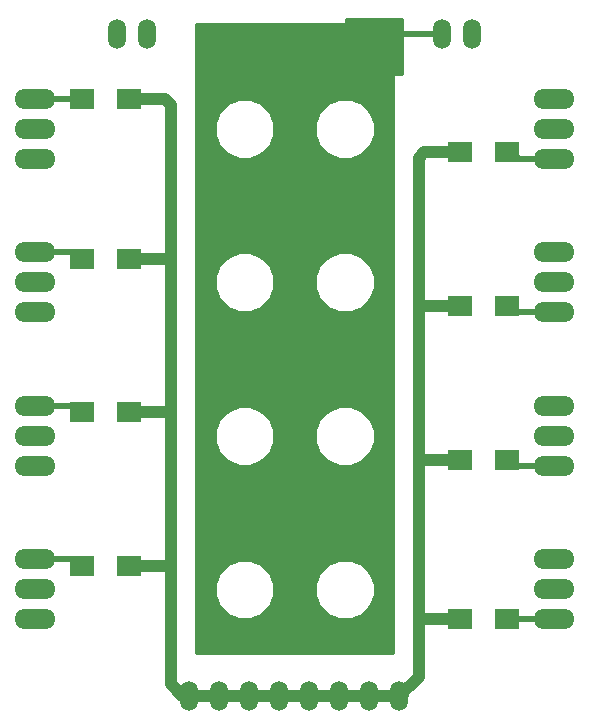
<source format=gbr>
G04 #@! TF.FileFunction,Copper,L1,Top,Signal*
%FSLAX46Y46*%
G04 Gerber Fmt 4.6, Leading zero omitted, Abs format (unit mm)*
G04 Created by KiCad (PCBNEW 4.0.4-stable) date 03/07/19 13:46:32*
%MOMM*%
%LPD*%
G01*
G04 APERTURE LIST*
%ADD10C,0.100000*%
%ADD11O,3.500120X1.699260*%
%ADD12O,1.520000X2.520000*%
%ADD13R,2.000000X1.700000*%
%ADD14C,0.600000*%
%ADD15C,0.250000*%
%ADD16C,0.500000*%
%ADD17C,0.350000*%
%ADD18C,1.000000*%
%ADD19C,0.254000*%
G04 APERTURE END LIST*
D10*
D11*
X47000000Y50000000D03*
X47000000Y47460000D03*
X47000000Y52540000D03*
X3000000Y37000000D03*
X3000000Y39540000D03*
X3000000Y34460000D03*
X47000000Y37000000D03*
X47000000Y34460000D03*
X47000000Y39540000D03*
X3000000Y50000000D03*
X3000000Y52540000D03*
X3000000Y47460000D03*
D12*
X10000000Y58000000D03*
X12540000Y58000000D03*
X40000000Y58000000D03*
X37460000Y58000000D03*
D11*
X47000000Y11000000D03*
X47000000Y8460000D03*
X47000000Y13540000D03*
X47000000Y24000000D03*
X47000000Y21460000D03*
X47000000Y26540000D03*
X3000000Y24000000D03*
X3000000Y26540000D03*
X3000000Y21460000D03*
X3000000Y11000000D03*
X3000000Y13540000D03*
X3000000Y8460000D03*
D12*
X16100000Y2000000D03*
X18640000Y2000000D03*
X21180000Y2000000D03*
X23720000Y2000000D03*
X26260000Y2000000D03*
X28800000Y2000000D03*
X31340000Y2000000D03*
X33880000Y2000000D03*
D13*
X43000000Y8500000D03*
X39000000Y8500000D03*
X43000000Y22000000D03*
X39000000Y22000000D03*
X43000000Y35000000D03*
X39000000Y35000000D03*
X43000000Y48000000D03*
X39000000Y48000000D03*
X7000000Y52500000D03*
X11000000Y52500000D03*
X7000000Y39000000D03*
X11000000Y39000000D03*
X7000000Y26000000D03*
X11000000Y26000000D03*
X7000000Y13000000D03*
X11000000Y13000000D03*
D14*
X29000000Y15500000D03*
X30000000Y15500000D03*
X31000000Y15500000D03*
X32000000Y15500000D03*
X33000000Y15500000D03*
X33000000Y16500000D03*
X33000000Y17500000D03*
X33000000Y18500000D03*
X33000000Y19500000D03*
X32000000Y19500000D03*
X31000000Y19500000D03*
X30000000Y19500000D03*
X29000000Y19500000D03*
X29000000Y18500000D03*
X30000000Y18500000D03*
X31000000Y18500000D03*
X32000000Y18500000D03*
X32000000Y17500000D03*
X31000000Y17500000D03*
X30000000Y17500000D03*
X29000000Y17500000D03*
X29000000Y16500000D03*
X30000000Y16500000D03*
X31000000Y16500000D03*
X32000000Y16500000D03*
X29000000Y28500000D03*
X30000000Y28500000D03*
X31000000Y28500000D03*
X32000000Y28500000D03*
X33000000Y28500000D03*
X33000000Y29500000D03*
X33000000Y30500000D03*
X33000000Y31500000D03*
X33000000Y32500000D03*
X32000000Y32500000D03*
X31000000Y32500000D03*
X30000000Y32500000D03*
X29000000Y32500000D03*
X29000000Y31500000D03*
X30000000Y31500000D03*
X31000000Y31500000D03*
X32000000Y31500000D03*
X32000000Y30500000D03*
X31000000Y30500000D03*
X30000000Y30500000D03*
X29000000Y30500000D03*
X29000000Y29500000D03*
X30000000Y29500000D03*
X31000000Y29500000D03*
X32000000Y29500000D03*
X33000000Y41500000D03*
X33000000Y42500000D03*
X33000000Y43500000D03*
X33000000Y44500000D03*
X33000000Y45500000D03*
X32000000Y45500000D03*
X31000000Y45500000D03*
X30000000Y45500000D03*
X29000000Y45500000D03*
X32000000Y41500000D03*
X29000000Y41500000D03*
X30000000Y41500000D03*
X31000000Y41500000D03*
X29000000Y44500000D03*
X30000000Y44500000D03*
X31000000Y44500000D03*
X32000000Y44500000D03*
X32000000Y43500000D03*
X31000000Y43500000D03*
X30000000Y43500000D03*
X29000000Y43500000D03*
X29000000Y42500000D03*
X30000000Y42500000D03*
X31000000Y42500000D03*
X32000000Y42500000D03*
X33750000Y55000000D03*
X33750000Y56000000D03*
X33750000Y57000000D03*
X33750000Y58000000D03*
X33750000Y59000000D03*
X29750000Y59000000D03*
X30750000Y59000000D03*
X31750000Y59000000D03*
X32750000Y59000000D03*
X29750000Y55000000D03*
X31750000Y55000000D03*
X30750000Y55000000D03*
X32750000Y55000000D03*
X32750000Y57000000D03*
X31750000Y57000000D03*
X30750000Y57000000D03*
X29750000Y57000000D03*
X29750000Y56000000D03*
X30750000Y56000000D03*
X31750000Y56000000D03*
X32750000Y56000000D03*
X29750000Y58000000D03*
X30750000Y58000000D03*
X31750000Y58000000D03*
X32750000Y58000000D03*
D15*
X30000000Y15500000D02*
X29000000Y15500000D01*
X31000000Y15500000D02*
X32000000Y15500000D01*
X33000000Y15500000D02*
X33000000Y16500000D01*
X33000000Y17500000D02*
X33000000Y18500000D01*
X33000000Y19500000D02*
X32000000Y19500000D01*
X31000000Y19500000D02*
X30000000Y19500000D01*
X29000000Y18500000D02*
X30000000Y18500000D01*
X31000000Y18500000D02*
X32000000Y18500000D01*
X32000000Y17500000D02*
X31000000Y17500000D01*
X30000000Y17500000D02*
X29000000Y17500000D01*
X29000000Y16500000D02*
X30000000Y16500000D01*
X31000000Y16500000D02*
X32000000Y16500000D01*
X30000000Y28500000D02*
X29000000Y28500000D01*
X31000000Y28500000D02*
X32000000Y28500000D01*
X33000000Y28500000D02*
X33000000Y29500000D01*
X33000000Y30500000D02*
X33000000Y31500000D01*
X33000000Y32500000D02*
X32000000Y32500000D01*
X31000000Y32500000D02*
X30000000Y32500000D01*
X29000000Y31500000D02*
X30000000Y31500000D01*
X31000000Y31500000D02*
X32000000Y31500000D01*
X32000000Y30500000D02*
X31000000Y30500000D01*
X30000000Y30500000D02*
X29000000Y30500000D01*
X29000000Y29500000D02*
X30000000Y29500000D01*
X31000000Y29500000D02*
X32000000Y29500000D01*
X33000000Y42500000D02*
X33000000Y43500000D01*
X33000000Y44500000D02*
X33000000Y45500000D01*
X32000000Y45500000D02*
X31000000Y45500000D01*
X30000000Y45500000D02*
X29000000Y45500000D01*
X33000000Y41500000D02*
X32000000Y41500000D01*
X30000000Y41500000D02*
X29000000Y41500000D01*
X31000000Y41500000D02*
X32000000Y41500000D01*
X29000000Y44500000D02*
X30000000Y44500000D01*
X31000000Y44500000D02*
X32000000Y44500000D01*
X32000000Y43500000D02*
X31000000Y43500000D01*
X30000000Y43500000D02*
X29000000Y43500000D01*
X29000000Y42500000D02*
X30000000Y42500000D01*
X31000000Y42500000D02*
X32000000Y42500000D01*
D16*
X37460000Y58000000D02*
X33750000Y58000000D01*
D17*
X33750000Y55000000D02*
X32750000Y55000000D01*
X33750000Y57000000D02*
X33750000Y56000000D01*
X33750000Y59000000D02*
X33750000Y58000000D01*
X30750000Y59000000D02*
X29750000Y59000000D01*
X32750000Y59000000D02*
X31750000Y59000000D01*
D15*
X32750000Y55000000D02*
X31750000Y55000000D01*
X30750000Y55000000D02*
X29750000Y55000000D01*
X32750000Y57000000D02*
X31750000Y57000000D01*
X30750000Y57000000D02*
X29750000Y57000000D01*
X29750000Y56000000D02*
X30750000Y56000000D01*
X31750000Y56000000D02*
X32750000Y56000000D01*
X29750000Y58000000D02*
X30750000Y58000000D01*
X31750000Y58000000D02*
X32750000Y58000000D01*
D18*
X14500000Y13000000D02*
X11000000Y13000000D01*
X14500000Y26000000D02*
X11000000Y26000000D01*
X14500000Y39000000D02*
X11000000Y39000000D01*
X16100000Y2000000D02*
X15500000Y2000000D01*
X15500000Y2000000D02*
X14500000Y3000000D01*
X14000000Y52500000D02*
X11000000Y52500000D01*
X14500000Y52000000D02*
X14000000Y52500000D01*
X14500000Y3000000D02*
X14500000Y13000000D01*
X14500000Y13000000D02*
X14500000Y26000000D01*
X14500000Y26000000D02*
X14500000Y39000000D01*
X14500000Y39000000D02*
X14500000Y52000000D01*
X35500000Y8500000D02*
X39000000Y8500000D01*
X35500000Y22000000D02*
X39000000Y22000000D01*
X35500000Y35000000D02*
X39000000Y35000000D01*
X16100000Y2000000D02*
X33880000Y2000000D01*
X33880000Y2000000D02*
X35500000Y3620000D01*
X35500000Y3620000D02*
X35500000Y8500000D01*
X35500000Y8500000D02*
X35500000Y22000000D01*
X35500000Y22000000D02*
X35500000Y35000000D01*
X35500000Y35000000D02*
X35500000Y47500000D01*
X35500000Y47500000D02*
X36000000Y48000000D01*
X36000000Y48000000D02*
X39000000Y48000000D01*
D16*
X18640000Y2760000D02*
X18640000Y2000000D01*
X18640000Y2000000D02*
X18640000Y2460000D01*
X18640000Y2000000D02*
X18640000Y2360000D01*
X18640000Y2000000D02*
X18640000Y2860000D01*
X21180000Y2000000D02*
X21180000Y2820000D01*
X28800000Y2000000D02*
X28800000Y2500000D01*
X31340000Y2000000D02*
X31340000Y2540000D01*
X31340000Y2000000D02*
X31340000Y2240000D01*
X31340000Y2000000D02*
X31340000Y2840000D01*
X31340000Y2000000D02*
X31340000Y2340000D01*
X31340000Y3000000D02*
X31340000Y2000000D01*
X33880000Y2000000D02*
X34400000Y2000000D01*
X33880000Y2000000D02*
X34000000Y2000000D01*
X47000000Y8460000D02*
X43040000Y8460000D01*
X43040000Y8460000D02*
X43000000Y8500000D01*
X47000000Y21460000D02*
X43540000Y21460000D01*
X43540000Y21460000D02*
X43000000Y22000000D01*
X45710000Y21460000D02*
X47000000Y21460000D01*
X47000000Y34460000D02*
X43540000Y34460000D01*
X43540000Y34460000D02*
X43000000Y35000000D01*
X43000000Y48000000D02*
X43500000Y48000000D01*
X43500000Y48000000D02*
X44040000Y47460000D01*
X44040000Y47460000D02*
X47000000Y47460000D01*
X7000000Y52500000D02*
X3040000Y52500000D01*
X3040000Y52500000D02*
X3000000Y52540000D01*
X3040000Y52500000D02*
X3000000Y52540000D01*
X3000000Y39540000D02*
X6460000Y39540000D01*
X6460000Y39540000D02*
X7000000Y39000000D01*
X3540000Y39000000D02*
X3000000Y39540000D01*
X3000000Y26540000D02*
X6460000Y26540000D01*
X6460000Y26540000D02*
X7000000Y26000000D01*
X3540000Y26000000D02*
X3000000Y26540000D01*
X3000000Y13540000D02*
X6460000Y13540000D01*
X6460000Y13540000D02*
X7000000Y13000000D01*
X3540000Y13000000D02*
X3000000Y13540000D01*
D19*
G36*
X34123000Y54627000D02*
X33500000Y54627000D01*
X33450590Y54616994D01*
X33408965Y54588553D01*
X33381685Y54546159D01*
X33373000Y54500000D01*
X33373000Y5627000D01*
X16627000Y5627000D01*
X16627000Y10497985D01*
X18228641Y10497985D01*
X18613746Y9565959D01*
X19326208Y8852252D01*
X20257561Y8465521D01*
X21266015Y8464641D01*
X22198041Y8849746D01*
X22911748Y9562208D01*
X23298479Y10493561D01*
X23298482Y10497985D01*
X26700641Y10497985D01*
X27085746Y9565959D01*
X27798208Y8852252D01*
X28729561Y8465521D01*
X29738015Y8464641D01*
X30670041Y8849746D01*
X31383748Y9562208D01*
X31770479Y10493561D01*
X31771359Y11502015D01*
X31386254Y12434041D01*
X30673792Y13147748D01*
X29742439Y13534479D01*
X28733985Y13535359D01*
X27801959Y13150254D01*
X27088252Y12437792D01*
X26701521Y11506439D01*
X26700641Y10497985D01*
X23298482Y10497985D01*
X23299359Y11502015D01*
X22914254Y12434041D01*
X22201792Y13147748D01*
X21270439Y13534479D01*
X20261985Y13535359D01*
X19329959Y13150254D01*
X18616252Y12437792D01*
X18229521Y11506439D01*
X18228641Y10497985D01*
X16627000Y10497985D01*
X16627000Y23497985D01*
X18228641Y23497985D01*
X18613746Y22565959D01*
X19326208Y21852252D01*
X20257561Y21465521D01*
X21266015Y21464641D01*
X22198041Y21849746D01*
X22911748Y22562208D01*
X23298479Y23493561D01*
X23298482Y23497985D01*
X26700641Y23497985D01*
X27085746Y22565959D01*
X27798208Y21852252D01*
X28729561Y21465521D01*
X29738015Y21464641D01*
X30670041Y21849746D01*
X31383748Y22562208D01*
X31770479Y23493561D01*
X31771359Y24502015D01*
X31386254Y25434041D01*
X30673792Y26147748D01*
X29742439Y26534479D01*
X28733985Y26535359D01*
X27801959Y26150254D01*
X27088252Y25437792D01*
X26701521Y24506439D01*
X26700641Y23497985D01*
X23298482Y23497985D01*
X23299359Y24502015D01*
X22914254Y25434041D01*
X22201792Y26147748D01*
X21270439Y26534479D01*
X20261985Y26535359D01*
X19329959Y26150254D01*
X18616252Y25437792D01*
X18229521Y24506439D01*
X18228641Y23497985D01*
X16627000Y23497985D01*
X16627000Y36497985D01*
X18228641Y36497985D01*
X18613746Y35565959D01*
X19326208Y34852252D01*
X20257561Y34465521D01*
X21266015Y34464641D01*
X22198041Y34849746D01*
X22911748Y35562208D01*
X23298479Y36493561D01*
X23298482Y36497985D01*
X26700641Y36497985D01*
X27085746Y35565959D01*
X27798208Y34852252D01*
X28729561Y34465521D01*
X29738015Y34464641D01*
X30670041Y34849746D01*
X31383748Y35562208D01*
X31770479Y36493561D01*
X31771359Y37502015D01*
X31386254Y38434041D01*
X30673792Y39147748D01*
X29742439Y39534479D01*
X28733985Y39535359D01*
X27801959Y39150254D01*
X27088252Y38437792D01*
X26701521Y37506439D01*
X26700641Y36497985D01*
X23298482Y36497985D01*
X23299359Y37502015D01*
X22914254Y38434041D01*
X22201792Y39147748D01*
X21270439Y39534479D01*
X20261985Y39535359D01*
X19329959Y39150254D01*
X18616252Y38437792D01*
X18229521Y37506439D01*
X18228641Y36497985D01*
X16627000Y36497985D01*
X16627000Y49497985D01*
X18228641Y49497985D01*
X18613746Y48565959D01*
X19326208Y47852252D01*
X20257561Y47465521D01*
X21266015Y47464641D01*
X22198041Y47849746D01*
X22911748Y48562208D01*
X23298479Y49493561D01*
X23298482Y49497985D01*
X26700641Y49497985D01*
X27085746Y48565959D01*
X27798208Y47852252D01*
X28729561Y47465521D01*
X29738015Y47464641D01*
X30670041Y47849746D01*
X31383748Y48562208D01*
X31770479Y49493561D01*
X31771359Y50502015D01*
X31386254Y51434041D01*
X30673792Y52147748D01*
X29742439Y52534479D01*
X28733985Y52535359D01*
X27801959Y52150254D01*
X27088252Y51437792D01*
X26701521Y50506439D01*
X26700641Y49497985D01*
X23298482Y49497985D01*
X23299359Y50502015D01*
X22914254Y51434041D01*
X22201792Y52147748D01*
X21270439Y52534479D01*
X20261985Y52535359D01*
X19329959Y52150254D01*
X18616252Y51437792D01*
X18229521Y50506439D01*
X18228641Y49497985D01*
X16627000Y49497985D01*
X16627000Y58873000D01*
X29250000Y58873000D01*
X29299410Y58883006D01*
X29341035Y58911447D01*
X29368315Y58953841D01*
X29377000Y59000000D01*
X29377000Y59290000D01*
X34123000Y59290000D01*
X34123000Y54627000D01*
X34123000Y54627000D01*
G37*
X34123000Y54627000D02*
X33500000Y54627000D01*
X33450590Y54616994D01*
X33408965Y54588553D01*
X33381685Y54546159D01*
X33373000Y54500000D01*
X33373000Y5627000D01*
X16627000Y5627000D01*
X16627000Y10497985D01*
X18228641Y10497985D01*
X18613746Y9565959D01*
X19326208Y8852252D01*
X20257561Y8465521D01*
X21266015Y8464641D01*
X22198041Y8849746D01*
X22911748Y9562208D01*
X23298479Y10493561D01*
X23298482Y10497985D01*
X26700641Y10497985D01*
X27085746Y9565959D01*
X27798208Y8852252D01*
X28729561Y8465521D01*
X29738015Y8464641D01*
X30670041Y8849746D01*
X31383748Y9562208D01*
X31770479Y10493561D01*
X31771359Y11502015D01*
X31386254Y12434041D01*
X30673792Y13147748D01*
X29742439Y13534479D01*
X28733985Y13535359D01*
X27801959Y13150254D01*
X27088252Y12437792D01*
X26701521Y11506439D01*
X26700641Y10497985D01*
X23298482Y10497985D01*
X23299359Y11502015D01*
X22914254Y12434041D01*
X22201792Y13147748D01*
X21270439Y13534479D01*
X20261985Y13535359D01*
X19329959Y13150254D01*
X18616252Y12437792D01*
X18229521Y11506439D01*
X18228641Y10497985D01*
X16627000Y10497985D01*
X16627000Y23497985D01*
X18228641Y23497985D01*
X18613746Y22565959D01*
X19326208Y21852252D01*
X20257561Y21465521D01*
X21266015Y21464641D01*
X22198041Y21849746D01*
X22911748Y22562208D01*
X23298479Y23493561D01*
X23298482Y23497985D01*
X26700641Y23497985D01*
X27085746Y22565959D01*
X27798208Y21852252D01*
X28729561Y21465521D01*
X29738015Y21464641D01*
X30670041Y21849746D01*
X31383748Y22562208D01*
X31770479Y23493561D01*
X31771359Y24502015D01*
X31386254Y25434041D01*
X30673792Y26147748D01*
X29742439Y26534479D01*
X28733985Y26535359D01*
X27801959Y26150254D01*
X27088252Y25437792D01*
X26701521Y24506439D01*
X26700641Y23497985D01*
X23298482Y23497985D01*
X23299359Y24502015D01*
X22914254Y25434041D01*
X22201792Y26147748D01*
X21270439Y26534479D01*
X20261985Y26535359D01*
X19329959Y26150254D01*
X18616252Y25437792D01*
X18229521Y24506439D01*
X18228641Y23497985D01*
X16627000Y23497985D01*
X16627000Y36497985D01*
X18228641Y36497985D01*
X18613746Y35565959D01*
X19326208Y34852252D01*
X20257561Y34465521D01*
X21266015Y34464641D01*
X22198041Y34849746D01*
X22911748Y35562208D01*
X23298479Y36493561D01*
X23298482Y36497985D01*
X26700641Y36497985D01*
X27085746Y35565959D01*
X27798208Y34852252D01*
X28729561Y34465521D01*
X29738015Y34464641D01*
X30670041Y34849746D01*
X31383748Y35562208D01*
X31770479Y36493561D01*
X31771359Y37502015D01*
X31386254Y38434041D01*
X30673792Y39147748D01*
X29742439Y39534479D01*
X28733985Y39535359D01*
X27801959Y39150254D01*
X27088252Y38437792D01*
X26701521Y37506439D01*
X26700641Y36497985D01*
X23298482Y36497985D01*
X23299359Y37502015D01*
X22914254Y38434041D01*
X22201792Y39147748D01*
X21270439Y39534479D01*
X20261985Y39535359D01*
X19329959Y39150254D01*
X18616252Y38437792D01*
X18229521Y37506439D01*
X18228641Y36497985D01*
X16627000Y36497985D01*
X16627000Y49497985D01*
X18228641Y49497985D01*
X18613746Y48565959D01*
X19326208Y47852252D01*
X20257561Y47465521D01*
X21266015Y47464641D01*
X22198041Y47849746D01*
X22911748Y48562208D01*
X23298479Y49493561D01*
X23298482Y49497985D01*
X26700641Y49497985D01*
X27085746Y48565959D01*
X27798208Y47852252D01*
X28729561Y47465521D01*
X29738015Y47464641D01*
X30670041Y47849746D01*
X31383748Y48562208D01*
X31770479Y49493561D01*
X31771359Y50502015D01*
X31386254Y51434041D01*
X30673792Y52147748D01*
X29742439Y52534479D01*
X28733985Y52535359D01*
X27801959Y52150254D01*
X27088252Y51437792D01*
X26701521Y50506439D01*
X26700641Y49497985D01*
X23298482Y49497985D01*
X23299359Y50502015D01*
X22914254Y51434041D01*
X22201792Y52147748D01*
X21270439Y52534479D01*
X20261985Y52535359D01*
X19329959Y52150254D01*
X18616252Y51437792D01*
X18229521Y50506439D01*
X18228641Y49497985D01*
X16627000Y49497985D01*
X16627000Y58873000D01*
X29250000Y58873000D01*
X29299410Y58883006D01*
X29341035Y58911447D01*
X29368315Y58953841D01*
X29377000Y59000000D01*
X29377000Y59290000D01*
X34123000Y59290000D01*
X34123000Y54627000D01*
M02*

</source>
